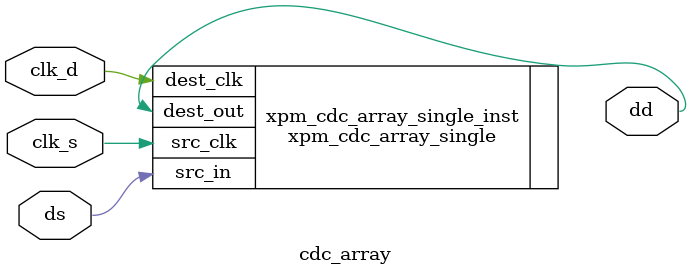
<source format=sv>

`timescale 1ns/1ps

module cdc_array #(
    parameter SRC_INPUT_REG = 1,
    parameter DATA_WIDTH    = 1,
    parameter SYNC_FF       = 4
) (
    input   clk_s,
    input   clk_d,
    input  [DATA_WIDTH-1:0] ds,
    output [DATA_WIDTH-1:0] dd,
);

xpm_cdc_array_single #(
    .DEST_SYNC_FF   (   SYNC_FF         ),  // DECIMAL; range: 2-10
    .INIT_SYNC_FF   (   0               ),  // DECIMAL; 0=disable simulation init values, 1=enable simulation init values
    .SIM_ASSERT_CHK (   0               ),  // DECIMAL; 0=disable simulation messages, 1=enable simulation messages
    .SRC_INPUT_REG  (   SRC_INPUT_REG   ),  // DECIMAL; 0=do not register input, 1=register input
    .WIDTH          (   DATA_WIDTH      )   // DECIMAL; range: 1-1024
)
xpm_cdc_array_single_inst (
    .dest_out       (   dd      ),  // WIDTH-bit output: src_in synchronized to the destination clock domain. This
                                    // output is registered.

    .dest_clk       (   clk_d   ),  // 1-bit input: Clock signal for the destination clock domain.
    .src_clk        (   clk_s   ),  // 1-bit input: optional; required when SRC_INPUT_REG = 1
    .src_in         (   ds      )   // WIDTH-bit input: Input single-bit array to be synchronized to destination clock
                                    // domain. It is assumed that each bit of the array is unrelated to the others. This
                                    // is reflected in the constraints applied to this macro. To transfer a binary value
                                    // losslessly across the two clock domains, use the XPM_CDC_GRAY macro instead.
);

endmodule



// XPM_CDC instantiation template for Single-bit Array Synchronizer configurations
// Refer to the targeted device family architecture libraries guide for XPM_CDC documentation
// =======================================================================================================================

// Parameter usage table, organized as follows:
// +---------------------------------------------------------------------------------------------------------------------+
// | Parameter name       | Data type          | Restrictions, if applicable                                             |
// |---------------------------------------------------------------------------------------------------------------------|
// | Description                                                                                                         |
// +---------------------------------------------------------------------------------------------------------------------+
// +---------------------------------------------------------------------------------------------------------------------+
// | DEST_SYNC_FF         | Integer            | Range: 2 - 10. Default value = 4.                                       |
// |---------------------------------------------------------------------------------------------------------------------|
// | Number of register stages used to synchronize signal in the destination clock domain.                               |
// +---------------------------------------------------------------------------------------------------------------------+
// | INIT_SYNC_FF         | Integer            | Allowed values: 0, 1. Default value = 0.                                |
// |---------------------------------------------------------------------------------------------------------------------|
// | 0- Disable behavioral simulation initialization value(s) on synchronization registers.                              |
// | 1- Enable behavioral simulation initialization value(s) on synchronization registers.                               |
// +---------------------------------------------------------------------------------------------------------------------+
// | SIM_ASSERT_CHK       | Integer            | Allowed values: 0, 1. Default value = 0.                                |
// |---------------------------------------------------------------------------------------------------------------------|
// | 0- Disable simulation message reporting. Messages related to potential misuse will not be reported.                 |
// | 1- Enable simulation message reporting. Messages related to potential misuse will be reported.                      |
// +---------------------------------------------------------------------------------------------------------------------+
// | SRC_INPUT_REG        | Integer            | Allowed values: 1, 0. Default value = 1.                                |
// |---------------------------------------------------------------------------------------------------------------------|
// | 0- Do not register input (src_in)                                                                                   |
// | 1- Register input (src_in) once using src_clk                                                                       |
// +---------------------------------------------------------------------------------------------------------------------+
// | WIDTH                | Integer            | Range: 1 - 1024. Default value = 2.                                     |
// |---------------------------------------------------------------------------------------------------------------------|
// | Width of single-bit array (src_in) that will be synchronized to destination clock domain.                           |
// +---------------------------------------------------------------------------------------------------------------------+

// Port usage table, organized as follows:
// +---------------------------------------------------------------------------------------------------------------------+
// | Port name      | Direction | Size, in bits                         | Domain  | Sense       | Handling if unused     |
// |---------------------------------------------------------------------------------------------------------------------|
// | Description                                                                                                         |
// +---------------------------------------------------------------------------------------------------------------------+
// +---------------------------------------------------------------------------------------------------------------------+
// | dest_clk       | Input     | 1                                     | NA      | Rising edge | Required               |
// |---------------------------------------------------------------------------------------------------------------------|
// | Clock signal for the destination clock domain.                                                                      |
// +---------------------------------------------------------------------------------------------------------------------+
// | dest_out       | Output    | WIDTH                                 | dest_clk| NA          | Required               |
// |---------------------------------------------------------------------------------------------------------------------|
// | src_in synchronized to the destination clock domain. This output is registered.                                     |
// +---------------------------------------------------------------------------------------------------------------------+
// | src_clk        | Input     | 1                                     | NA      | Rising edge | Tie to 1'b0            |
// |---------------------------------------------------------------------------------------------------------------------|
// | Unused when SRC_INPUT_REG = 0. Input clock signal for src_in if SRC_INPUT_REG = 1.                                  |
// +---------------------------------------------------------------------------------------------------------------------+
// | src_in         | Input     | WIDTH                                 | src_clk | NA          | Required               |
// |---------------------------------------------------------------------------------------------------------------------|
// | Input single-bit array to be synchronized to destination clock domain. It is assumed that each bit of the array is  |
// | unrelated to the others. This is reflected in the constraints applied to this macro.                                |
// | To transfer a binary value losslessly across the two clock domains, use the XPM_CDC_GRAY macro instead.             |
// +---------------------------------------------------------------------------------------------------------------------+


// xpm_cdc_array_single : In order to incorporate this function into the design,
//       Verilog        : the following instance declaration needs to be placed
//       instance       : in the body of the design code.  The instance name
//     declaration      : (xpm_cdc_array_single_inst) and/or the port declarations within the
//         code         : parenthesis may be changed to properly reference and
//                      : connect this function to the design.  All inputs
//                      : and outputs must be connected.

//  Please reference the appropriate libraries guide for additional information on the XPM modules.

</source>
